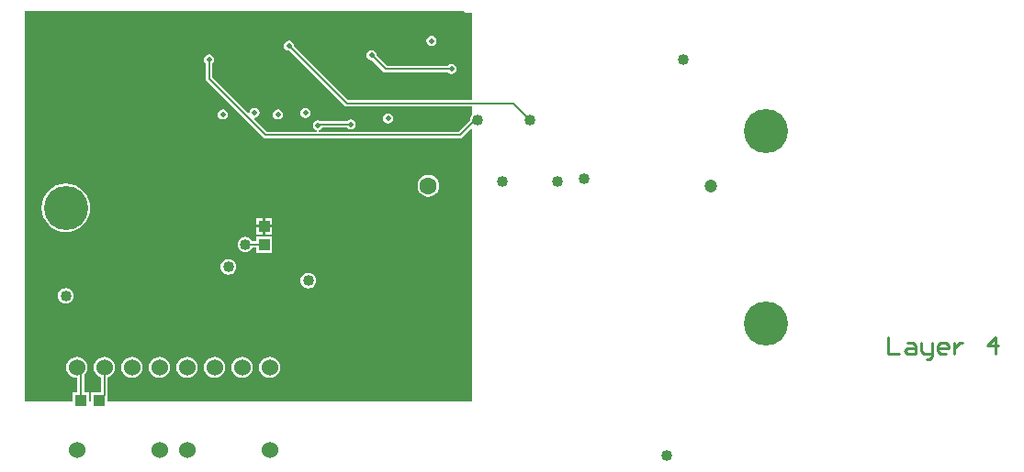
<source format=gbl>
%FSLAX24Y24*%
%MOIN*%
G70*
G01*
G75*
G04 Layer_Physical_Order=6*
G04 Layer_Color=16711680*
%ADD10C,0.0400*%
%ADD11R,0.0394X0.0433*%
%ADD12R,0.0500X0.1449*%
%ADD13R,0.0807X0.0236*%
%ADD14R,0.0669X0.0709*%
%ADD15R,0.0748X0.0748*%
%ADD16R,0.0472X0.1575*%
%ADD17R,0.0433X0.0394*%
%ADD18C,0.0080*%
%ADD19C,0.0090*%
%ADD20C,0.0600*%
%ADD21C,0.0630*%
%ADD22C,0.0472*%
%ADD23C,0.1600*%
%ADD24C,0.0200*%
G36*
X39104Y47285D02*
X39350D01*
Y44122D01*
X34851D01*
X32882Y46091D01*
X32884Y46100D01*
X32870Y46170D01*
X32830Y46230D01*
X32770Y46270D01*
X32700Y46284D01*
X32630Y46270D01*
X32570Y46230D01*
X32530Y46170D01*
X32516Y46100D01*
X32530Y46030D01*
X32570Y45970D01*
X32630Y45930D01*
X32700Y45916D01*
X32709Y45918D01*
X34713Y43913D01*
X34753Y43887D01*
X34800Y43878D01*
X39350D01*
Y43588D01*
X39311Y43536D01*
X39282Y43468D01*
X39273Y43395D01*
X39273Y43391D01*
X38854Y42972D01*
X33783D01*
X33779Y43019D01*
X33779D01*
X33778Y43022D01*
X33820Y43030D01*
X33880Y43070D01*
X33908Y43113D01*
X34800D01*
X34805Y43105D01*
X34865Y43065D01*
X34935Y43051D01*
X35005Y43065D01*
X35065Y43105D01*
X35104Y43165D01*
X35118Y43235D01*
X35104Y43305D01*
X35065Y43365D01*
X35005Y43404D01*
X34935Y43418D01*
X34865Y43404D01*
X34805Y43365D01*
X34800Y43357D01*
X33839D01*
X33820Y43370D01*
X33750Y43384D01*
X33680Y43370D01*
X33620Y43330D01*
X33580Y43270D01*
X33566Y43200D01*
X33580Y43130D01*
X33620Y43070D01*
X33680Y43030D01*
X33722Y43022D01*
X33717Y42975D01*
X33715Y42972D01*
X31901D01*
X31435Y43438D01*
X31450Y43466D01*
X31520Y43480D01*
X31580Y43520D01*
X31620Y43580D01*
X31634Y43650D01*
X31620Y43720D01*
X31580Y43780D01*
X31520Y43820D01*
X31450Y43834D01*
X31380Y43820D01*
X31320Y43780D01*
X31280Y43720D01*
X31270Y43666D01*
X31222Y43651D01*
X29922Y44951D01*
Y45465D01*
X29930Y45470D01*
X29970Y45530D01*
X29984Y45600D01*
X29970Y45670D01*
X29930Y45730D01*
X29870Y45770D01*
X29800Y45784D01*
X29730Y45770D01*
X29670Y45730D01*
X29630Y45670D01*
X29616Y45600D01*
X29630Y45530D01*
X29670Y45470D01*
X29678Y45465D01*
Y44900D01*
X29687Y44853D01*
X29713Y44813D01*
X31763Y42763D01*
X31803Y42737D01*
X31850Y42728D01*
X38905D01*
X38952Y42737D01*
X38992Y42763D01*
X39304Y43076D01*
X39350Y43057D01*
Y33150D01*
X26114D01*
Y33339D01*
X26122Y33383D01*
Y34039D01*
X26192Y34068D01*
X26271Y34129D01*
X26332Y34208D01*
X26370Y34301D01*
X26383Y34400D01*
X26370Y34499D01*
X26332Y34592D01*
X26271Y34671D01*
X26192Y34732D01*
X26099Y34770D01*
X26000Y34783D01*
X25901Y34770D01*
X25808Y34732D01*
X25729Y34671D01*
X25668Y34592D01*
X25630Y34499D01*
X25617Y34400D01*
X25630Y34301D01*
X25668Y34208D01*
X25729Y34129D01*
X25808Y34068D01*
X25878Y34039D01*
Y33477D01*
X25521D01*
Y33150D01*
X25444D01*
Y33477D01*
X25270D01*
Y34128D01*
X25271Y34129D01*
X25332Y34208D01*
X25370Y34301D01*
X25383Y34400D01*
X25370Y34499D01*
X25332Y34592D01*
X25271Y34671D01*
X25192Y34732D01*
X25099Y34770D01*
X25000Y34783D01*
X24901Y34770D01*
X24808Y34732D01*
X24729Y34671D01*
X24668Y34592D01*
X24630Y34499D01*
X24617Y34400D01*
X24630Y34301D01*
X24668Y34208D01*
X24729Y34129D01*
X24808Y34068D01*
X24901Y34030D01*
X25000Y34017D01*
X25026Y33994D01*
Y33477D01*
X24851D01*
Y33150D01*
X23100D01*
Y47350D01*
X39022D01*
X39104Y47285D01*
D02*
G37*
%LPC*%
G36*
X33400Y37832D02*
X33327Y37823D01*
X33259Y37795D01*
X33200Y37750D01*
X33155Y37691D01*
X33127Y37623D01*
X33118Y37550D01*
X33127Y37477D01*
X33155Y37409D01*
X33200Y37350D01*
X33259Y37305D01*
X33327Y37277D01*
X33400Y37268D01*
X33473Y37277D01*
X33541Y37305D01*
X33600Y37350D01*
X33645Y37409D01*
X33673Y37477D01*
X33682Y37550D01*
X33673Y37623D01*
X33645Y37691D01*
X33600Y37750D01*
X33541Y37795D01*
X33473Y37823D01*
X33400Y37832D01*
D02*
G37*
G36*
X24600Y37282D02*
X24527Y37273D01*
X24459Y37245D01*
X24400Y37200D01*
X24355Y37141D01*
X24327Y37073D01*
X24318Y37000D01*
X24327Y36927D01*
X24355Y36859D01*
X24400Y36800D01*
X24459Y36755D01*
X24527Y36727D01*
X24600Y36718D01*
X24673Y36727D01*
X24741Y36755D01*
X24800Y36800D01*
X24845Y36859D01*
X24873Y36927D01*
X24882Y37000D01*
X24873Y37073D01*
X24845Y37141D01*
X24800Y37200D01*
X24741Y37245D01*
X24673Y37273D01*
X24600Y37282D01*
D02*
G37*
G36*
X30500Y38332D02*
X30427Y38323D01*
X30359Y38295D01*
X30300Y38250D01*
X30255Y38191D01*
X30227Y38123D01*
X30218Y38050D01*
X30227Y37977D01*
X30255Y37909D01*
X30300Y37850D01*
X30359Y37805D01*
X30427Y37777D01*
X30500Y37768D01*
X30573Y37777D01*
X30641Y37805D01*
X30700Y37850D01*
X30745Y37909D01*
X30773Y37977D01*
X30782Y38050D01*
X30773Y38123D01*
X30745Y38191D01*
X30700Y38250D01*
X30641Y38295D01*
X30573Y38323D01*
X30500Y38332D01*
D02*
G37*
G36*
X32077Y39162D02*
X31523D01*
Y38988D01*
X31368D01*
X31360Y39007D01*
X31315Y39065D01*
X31257Y39110D01*
X31188Y39138D01*
X31115Y39148D01*
X31042Y39138D01*
X30974Y39110D01*
X30916Y39065D01*
X30871Y39007D01*
X30843Y38938D01*
X30833Y38865D01*
X30843Y38792D01*
X30871Y38724D01*
X30916Y38666D01*
X30974Y38621D01*
X31042Y38593D01*
X31115Y38583D01*
X31188Y38593D01*
X31257Y38621D01*
X31315Y38666D01*
X31360Y38724D01*
X31368Y38743D01*
X31523D01*
Y38569D01*
X32077D01*
Y39162D01*
D02*
G37*
G36*
X31750Y39485D02*
X31523D01*
Y39238D01*
X31750D01*
Y39485D01*
D02*
G37*
G36*
X32000Y34783D02*
X31901Y34770D01*
X31808Y34732D01*
X31729Y34671D01*
X31668Y34592D01*
X31630Y34499D01*
X31617Y34400D01*
X31630Y34301D01*
X31668Y34208D01*
X31729Y34129D01*
X31808Y34068D01*
X31901Y34030D01*
X32000Y34017D01*
X32099Y34030D01*
X32192Y34068D01*
X32271Y34129D01*
X32332Y34208D01*
X32370Y34301D01*
X32383Y34400D01*
X32370Y34499D01*
X32332Y34592D01*
X32271Y34671D01*
X32192Y34732D01*
X32099Y34770D01*
X32000Y34783D01*
D02*
G37*
G36*
X28000D02*
X27901Y34770D01*
X27808Y34732D01*
X27729Y34671D01*
X27668Y34592D01*
X27630Y34499D01*
X27617Y34400D01*
X27630Y34301D01*
X27668Y34208D01*
X27729Y34129D01*
X27808Y34068D01*
X27901Y34030D01*
X28000Y34017D01*
X28099Y34030D01*
X28192Y34068D01*
X28271Y34129D01*
X28332Y34208D01*
X28370Y34301D01*
X28383Y34400D01*
X28370Y34499D01*
X28332Y34592D01*
X28271Y34671D01*
X28192Y34732D01*
X28099Y34770D01*
X28000Y34783D01*
D02*
G37*
G36*
X27000D02*
X26901Y34770D01*
X26808Y34732D01*
X26729Y34671D01*
X26668Y34592D01*
X26630Y34499D01*
X26617Y34400D01*
X26630Y34301D01*
X26668Y34208D01*
X26729Y34129D01*
X26808Y34068D01*
X26901Y34030D01*
X27000Y34017D01*
X27099Y34030D01*
X27192Y34068D01*
X27271Y34129D01*
X27332Y34208D01*
X27370Y34301D01*
X27383Y34400D01*
X27370Y34499D01*
X27332Y34592D01*
X27271Y34671D01*
X27192Y34732D01*
X27099Y34770D01*
X27000Y34783D01*
D02*
G37*
G36*
X29000D02*
X28901Y34770D01*
X28808Y34732D01*
X28729Y34671D01*
X28668Y34592D01*
X28630Y34499D01*
X28617Y34400D01*
X28630Y34301D01*
X28668Y34208D01*
X28729Y34129D01*
X28808Y34068D01*
X28901Y34030D01*
X29000Y34017D01*
X29099Y34030D01*
X29192Y34068D01*
X29271Y34129D01*
X29332Y34208D01*
X29370Y34301D01*
X29383Y34400D01*
X29370Y34499D01*
X29332Y34592D01*
X29271Y34671D01*
X29192Y34732D01*
X29099Y34770D01*
X29000Y34783D01*
D02*
G37*
G36*
X31000D02*
X30901Y34770D01*
X30808Y34732D01*
X30729Y34671D01*
X30668Y34592D01*
X30630Y34499D01*
X30617Y34400D01*
X30630Y34301D01*
X30668Y34208D01*
X30729Y34129D01*
X30808Y34068D01*
X30901Y34030D01*
X31000Y34017D01*
X31099Y34030D01*
X31192Y34068D01*
X31271Y34129D01*
X31332Y34208D01*
X31370Y34301D01*
X31383Y34400D01*
X31370Y34499D01*
X31332Y34592D01*
X31271Y34671D01*
X31192Y34732D01*
X31099Y34770D01*
X31000Y34783D01*
D02*
G37*
G36*
X30000D02*
X29901Y34770D01*
X29808Y34732D01*
X29729Y34671D01*
X29668Y34592D01*
X29630Y34499D01*
X29617Y34400D01*
X29630Y34301D01*
X29668Y34208D01*
X29729Y34129D01*
X29808Y34068D01*
X29901Y34030D01*
X30000Y34017D01*
X30099Y34030D01*
X30192Y34068D01*
X30271Y34129D01*
X30332Y34208D01*
X30370Y34301D01*
X30383Y34400D01*
X30370Y34499D01*
X30332Y34592D01*
X30271Y34671D01*
X30192Y34732D01*
X30099Y34770D01*
X30000Y34783D01*
D02*
G37*
G36*
X32300Y43784D02*
X32230Y43770D01*
X32170Y43730D01*
X32130Y43670D01*
X32116Y43600D01*
X32130Y43530D01*
X32170Y43470D01*
X32230Y43430D01*
X32300Y43416D01*
X32370Y43430D01*
X32430Y43470D01*
X32470Y43530D01*
X32484Y43600D01*
X32470Y43670D01*
X32430Y43730D01*
X32370Y43770D01*
X32300Y43784D01*
D02*
G37*
G36*
X30300D02*
X30230Y43770D01*
X30170Y43730D01*
X30130Y43670D01*
X30116Y43600D01*
X30130Y43530D01*
X30170Y43470D01*
X30230Y43430D01*
X30300Y43416D01*
X30370Y43430D01*
X30430Y43470D01*
X30470Y43530D01*
X30484Y43600D01*
X30470Y43670D01*
X30430Y43730D01*
X30370Y43770D01*
X30300Y43784D01*
D02*
G37*
G36*
X33300Y43834D02*
X33230Y43820D01*
X33170Y43780D01*
X33130Y43720D01*
X33116Y43650D01*
X33130Y43580D01*
X33170Y43520D01*
X33230Y43480D01*
X33300Y43466D01*
X33370Y43480D01*
X33430Y43520D01*
X33470Y43580D01*
X33484Y43650D01*
X33470Y43720D01*
X33430Y43780D01*
X33370Y43820D01*
X33300Y43834D01*
D02*
G37*
G36*
X37876Y46458D02*
X37806Y46444D01*
X37746Y46404D01*
X37706Y46344D01*
X37692Y46274D01*
X37706Y46204D01*
X37746Y46144D01*
X37806Y46104D01*
X37876Y46090D01*
X37946Y46104D01*
X38006Y46144D01*
X38046Y46204D01*
X38060Y46274D01*
X38046Y46344D01*
X38006Y46404D01*
X37946Y46444D01*
X37876Y46458D01*
D02*
G37*
G36*
X35700Y45934D02*
X35630Y45920D01*
X35570Y45880D01*
X35530Y45820D01*
X35516Y45750D01*
X35530Y45680D01*
X35570Y45620D01*
X35630Y45580D01*
X35700Y45566D01*
X35709Y45568D01*
X36113Y45163D01*
X36153Y45137D01*
X36200Y45128D01*
X38465D01*
X38470Y45120D01*
X38530Y45080D01*
X38600Y45066D01*
X38670Y45080D01*
X38730Y45120D01*
X38770Y45180D01*
X38784Y45250D01*
X38770Y45320D01*
X38730Y45380D01*
X38670Y45420D01*
X38600Y45434D01*
X38530Y45420D01*
X38470Y45380D01*
X38465Y45372D01*
X36251D01*
X35882Y45741D01*
X35884Y45750D01*
X35870Y45820D01*
X35830Y45880D01*
X35770Y45920D01*
X35700Y45934D01*
D02*
G37*
G36*
X36300Y43634D02*
X36230Y43620D01*
X36170Y43580D01*
X36130Y43520D01*
X36116Y43450D01*
X36130Y43380D01*
X36170Y43320D01*
X36230Y43280D01*
X36300Y43266D01*
X36370Y43280D01*
X36430Y43320D01*
X36470Y43380D01*
X36484Y43450D01*
X36470Y43520D01*
X36430Y43580D01*
X36370Y43620D01*
X36300Y43634D01*
D02*
G37*
G36*
X24600Y41084D02*
X24427Y41067D01*
X24262Y41017D01*
X24109Y40935D01*
X23975Y40825D01*
X23865Y40691D01*
X23783Y40538D01*
X23733Y40373D01*
X23716Y40200D01*
X23733Y40027D01*
X23783Y39862D01*
X23865Y39709D01*
X23975Y39575D01*
X24109Y39465D01*
X24262Y39383D01*
X24427Y39333D01*
X24600Y39316D01*
X24773Y39333D01*
X24938Y39383D01*
X25091Y39465D01*
X25225Y39575D01*
X25335Y39709D01*
X25417Y39862D01*
X25467Y40027D01*
X25484Y40200D01*
X25467Y40373D01*
X25417Y40538D01*
X25335Y40691D01*
X25225Y40825D01*
X25091Y40935D01*
X24938Y41017D01*
X24773Y41067D01*
X24600Y41084D01*
D02*
G37*
G36*
X32077Y39485D02*
X31850D01*
Y39238D01*
X32077D01*
Y39485D01*
D02*
G37*
G36*
X31750Y39831D02*
X31523D01*
Y39585D01*
X31750D01*
Y39831D01*
D02*
G37*
G36*
X37764Y41398D02*
X37661Y41385D01*
X37565Y41345D01*
X37482Y41282D01*
X37419Y41199D01*
X37379Y41103D01*
X37365Y41000D01*
X37379Y40897D01*
X37419Y40801D01*
X37482Y40718D01*
X37565Y40655D01*
X37661Y40615D01*
X37764Y40602D01*
X37867Y40615D01*
X37963Y40655D01*
X38045Y40718D01*
X38109Y40801D01*
X38149Y40897D01*
X38162Y41000D01*
X38149Y41103D01*
X38109Y41199D01*
X38045Y41282D01*
X37963Y41345D01*
X37867Y41385D01*
X37764Y41398D01*
D02*
G37*
G36*
X32077Y39831D02*
X31850D01*
Y39585D01*
X32077D01*
Y39831D01*
D02*
G37*
%LPD*%
D10*
X24600Y37000D02*
D03*
X46400Y31200D02*
D03*
X47000Y45600D02*
D03*
X31435Y36935D02*
D03*
X32650Y39550D02*
D03*
X31115Y38865D02*
D03*
X33400Y37550D02*
D03*
X30500Y38050D02*
D03*
X42439Y41161D02*
D03*
X43400Y41250D02*
D03*
X40450Y41150D02*
D03*
X41455Y43395D02*
D03*
X39555Y43395D02*
D03*
X23500Y37400D02*
D03*
X29747Y40447D02*
D03*
D11*
X31800Y39535D02*
D03*
Y38865D02*
D03*
D17*
X25817Y33200D02*
D03*
X25148D02*
D03*
D18*
X29800Y44900D02*
X31850Y42850D01*
X38905D02*
X39450Y43395D01*
X39555D01*
X31850Y42850D02*
X38905D01*
X34800Y44000D02*
X40850D01*
X32700Y46100D02*
X34800Y44000D01*
X35700Y45750D02*
X36200Y45250D01*
X38600D01*
X29800Y44900D02*
Y45600D01*
X33785Y43235D02*
X34935D01*
X33750Y43200D02*
X33785Y43235D01*
X26000Y33383D02*
Y34400D01*
X25148Y33200D02*
Y34252D01*
X31800Y39535D02*
X32635D01*
X31115Y38865D02*
X31800D01*
X40850Y44000D02*
X41455Y43395D01*
D19*
X54450Y35500D02*
Y34900D01*
X54850D01*
X55150Y35300D02*
X55350D01*
X55450Y35200D01*
Y34900D01*
X55150D01*
X55050Y35000D01*
X55150Y35100D01*
X55450D01*
X55650Y35300D02*
Y35000D01*
X55750Y34900D01*
X56049D01*
Y34800D01*
X55950Y34700D01*
X55850D01*
X56049Y34900D02*
Y35300D01*
X56549Y34900D02*
X56349D01*
X56249Y35000D01*
Y35200D01*
X56349Y35300D01*
X56549D01*
X56649Y35200D01*
Y35100D01*
X56249D01*
X56849Y35300D02*
Y34900D01*
Y35100D01*
X56949Y35200D01*
X57049Y35300D01*
X57149D01*
X58349Y34900D02*
Y35500D01*
X58049Y35200D01*
X58449D01*
D20*
X29000Y31400D02*
D03*
X32000D02*
D03*
X29000Y34400D02*
D03*
X30000D02*
D03*
X32000D02*
D03*
X31000D02*
D03*
X25000Y31400D02*
D03*
X28000D02*
D03*
X25000Y34400D02*
D03*
X26000D02*
D03*
X28000D02*
D03*
X27000D02*
D03*
D21*
X37764Y41000D02*
D03*
D22*
X48000D02*
D03*
D23*
X50000Y36000D02*
D03*
Y43000D02*
D03*
X24600Y40200D02*
D03*
D24*
X32700Y46100D02*
D03*
X37876Y46274D02*
D03*
X35700Y45750D02*
D03*
X37300Y43600D02*
D03*
X36300Y43450D02*
D03*
X38600Y45250D02*
D03*
X33300Y43650D02*
D03*
X32300Y43600D02*
D03*
X31450Y43650D02*
D03*
X30300Y43600D02*
D03*
X29800Y45600D02*
D03*
X34935Y43235D02*
D03*
X33750Y43200D02*
D03*
M02*

</source>
